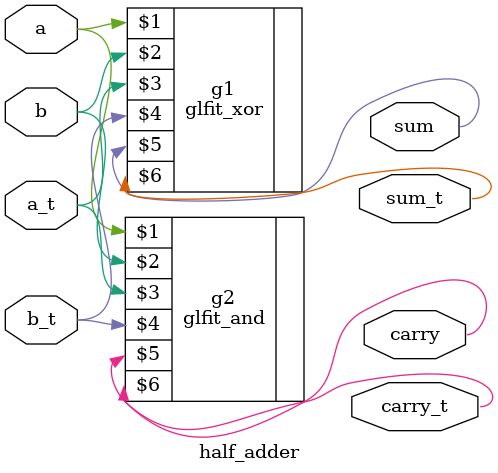
<source format=v>
`include "glfit_and.v"
`include "glfit_or.v"
`include "glfit_xor.v"
`include "glfit_xnor.v"


module half_adder (input a, input b,input a_t, input b_t, output sum, output carry, output sum_t, output carry_t);
  
  glfit_xor g1(a, b, a_t, b_t, sum, sum_t);
  glfit_and g2(a, b, a_t, b_t, carry, carry_t);
 
endmodule

</source>
